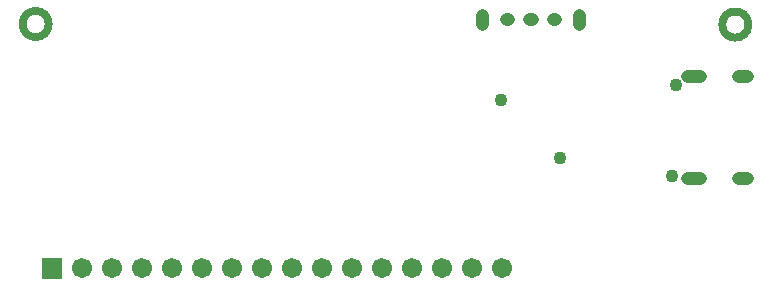
<source format=gbs>
G04 Layer: BottomSolderMaskLayer*
G04 EasyEDA v6.5.9, 2022-08-17 00:45:25*
G04 3d046d26f260489bb0fd4f172441b01e,e2b945bbd7ed4cf1bff08b0f7bdd4537,10*
G04 Gerber Generator version 0.2*
G04 Scale: 100 percent, Rotated: No, Reflected: No *
G04 Dimensions in millimeters *
G04 leading zeros omitted , absolute positions ,4 integer and 5 decimal *
%FSLAX45Y45*%
%MOMM*%

%ADD10C,1.1016*%
%ADD11C,1.7016*%
%ADD12C,0.7000*%

%LPD*%
D10*
X4419841Y10399979D02*
G01*
X4399851Y10399979D01*
X4219943Y10399979D02*
G01*
X4199953Y10399979D01*
X4020096Y10399979D02*
G01*
X4000106Y10399979D01*
X3800043Y10359979D02*
G01*
X3800043Y10439979D01*
X4619929Y10359979D02*
G01*
X4619929Y10439979D01*
X5963925Y9053728D02*
G01*
X6043924Y9053728D01*
X5533941Y9917734D02*
G01*
X5643940Y9917734D01*
X5533941Y9053728D02*
G01*
X5643940Y9053728D01*
X5963925Y9917734D02*
G01*
X6043924Y9917734D01*
G36*
X69850Y8204962D02*
G01*
X69850Y8375142D01*
X240029Y8375142D01*
X240029Y8204962D01*
G37*
D11*
G01*
X408990Y8289975D03*
G01*
X662990Y8289975D03*
G01*
X916990Y8289975D03*
G01*
X1170990Y8289975D03*
G01*
X1424990Y8289975D03*
G01*
X1678990Y8289975D03*
G01*
X1932990Y8289975D03*
G01*
X2186990Y8289975D03*
G01*
X2440990Y8289975D03*
G01*
X2694990Y8289975D03*
G01*
X2948990Y8289975D03*
G01*
X3202990Y8289975D03*
G01*
X3456990Y8289975D03*
G01*
X3710990Y8289975D03*
G01*
X3964990Y8289975D03*
D10*
G01*
X4458182Y9224213D03*
G01*
X3958183Y9714204D03*
G01*
X5409996Y9069984D03*
G01*
X5437682Y9845725D03*
D12*
G75*
G01
X131140Y10359974D02*
G03X131140Y10359974I-111150J0D01*
G75*
G01
X6054446Y10355275D02*
G03X6054446Y10355275I-111150J0D01*
M02*

</source>
